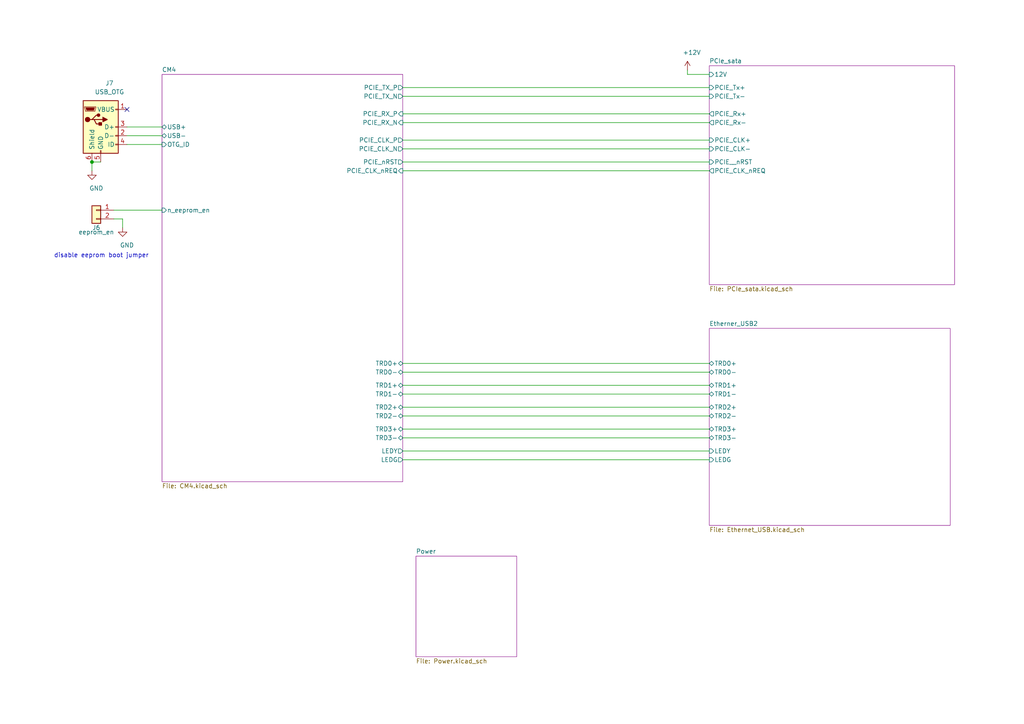
<source format=kicad_sch>
(kicad_sch (version 20210406) (generator eeschema)
  (paper "A4")
  (lib_symbols
    (symbol "Connector:USB_OTG" (pin_names (offset 1.016))
      (property "Reference" "J" (at -5.08 11.43 0))
      (property "Value" "USB_OTG" (at -5.08 8.89 0))
      (symbol "USB_OTG_0_1"
        (circle (center -3.81 2.159) (radius 0.635) (stroke (width 0.254)) (fill (type outline)))
        (circle (center -0.635 3.429) (radius 0.381) (stroke (width 0.254)) (fill (type outline)))
        (rectangle (start -0.127 -7.62) (end 0.127 -6.858))
        (rectangle (start 5.08 -5.207) (end 4.318 -4.953))
        (rectangle (start 5.08 -2.667) (end 4.318 -2.413))
        (rectangle (start 5.08 -0.127) (end 4.318 0.127))
        (rectangle (start 5.08 4.953) (end 4.318 5.207))
        (rectangle (start 0.254 1.27) (end -0.508 0.508) (stroke (width 0.254)) (fill (type outline)))
        (rectangle (start -5.08 -7.62) (end 5.08 7.62) (stroke (width 0.254)) (fill (type background)))
        (polyline (pts (xy -1.905 2.159) (xy 0.635 2.159)) (stroke (width 0.254)))
        (polyline (pts (xy -3.175 2.159) (xy -2.54 2.159) (xy -1.27 3.429) (xy -0.635 3.429)) (stroke (width 0.254)))
        (polyline (pts (xy -2.54 2.159) (xy -1.905 2.159) (xy -1.27 0.889) (xy 0 0.889)) (stroke (width 0.254)))
        (polyline (pts (xy -4.699 5.842) (xy -4.699 5.588) (xy -4.445 4.826) (xy -4.445 4.572) (xy -1.651 4.572) (xy -1.651 4.826) (xy -1.397 5.588) (xy -1.397 5.842) (xy -4.699 5.842)))
        (polyline (pts (xy 0.635 2.794) (xy 0.635 1.524) (xy 1.905 2.159) (xy 0.635 2.794)) (stroke (width 0.254)) (fill (type outline)))
        (polyline (pts (xy -4.318 5.588) (xy -1.778 5.588) (xy -2.032 4.826) (xy -4.064 4.826) (xy -4.318 5.588)) (fill (type outline)))
      )
      (symbol "USB_OTG_1_1"
        (pin passive line (at 7.62 5.08 180) (length 2.54) (name "VBUS") (number "1"))
        (pin bidirectional line (at 7.62 -2.54 180) (length 2.54) (name "D-") (number "2"))
        (pin bidirectional line (at 7.62 0 180) (length 2.54) (name "D+") (number "3"))
        (pin passive line (at 7.62 -5.08 180) (length 2.54) (name "ID") (number "4"))
        (pin passive line (at 0 -10.16 90) (length 2.54) (name "GND") (number "5"))
        (pin passive line (at -2.54 -10.16 90) (length 2.54) (name "Shield") (number "6"))
      )
    )
    (symbol "Connector_Generic:Conn_01x02" (pin_names (offset 1.016) hide)
      (property "Reference" "J" (at 0 2.54 0))
      (property "Value" "Conn_01x02" (at 0 -5.08 0))
      (symbol "Conn_01x02_1_1"
        (rectangle (start -1.27 -2.413) (end 0 -2.667) (stroke (width 0.1524)))
        (rectangle (start -1.27 0.127) (end 0 -0.127) (stroke (width 0.1524)))
        (rectangle (start -1.27 1.27) (end 1.27 -3.81) (stroke (width 0.254)) (fill (type background)))
        (pin passive line (at -5.08 0 0) (length 3.81) (name "Pin_1") (number "1"))
        (pin passive line (at -5.08 -2.54 0) (length 3.81) (name "Pin_2") (number "2"))
      )
    )
    (symbol "power:+12V" (power) (pin_names (offset 0))
      (property "Value" "+12V" (at 0 3.556 0))
      (symbol "+12V_0_1"
        (polyline (pts (xy -0.762 1.27) (xy 0 2.54)))
        (polyline (pts (xy 0 0) (xy 0 2.54)))
        (polyline (pts (xy 0 2.54) (xy 0.762 1.27)))
      )
      (symbol "+12V_1_1"
        (pin power_in line (at 0 0 90) (length 0) hide (name "+12V") (number "1"))
      )
    )
    (symbol "power:GND" (power) (pin_names (offset 0))
      (property "Value" "GND" (at 0 -3.81 0))
      (symbol "GND_0_1"
        (polyline (pts (xy 0 0) (xy 0 -1.27) (xy 1.27 -1.27) (xy 0 -2.54) (xy -1.27 -1.27) (xy 0 -1.27)))
      )
      (symbol "GND_1_1"
        (pin power_in line (at 0 0 270) (length 0) hide (name "GND") (number "1"))
      )
    )
  )
  (junction (at 26.67 46.99) (diameter 0.9144))
  (no_connect (at 36.83 31.75))
  (wire (pts (xy 26.67 46.99) (xy 26.67 49.53)))
  (wire (pts (xy 26.67 46.99) (xy 29.21 46.99)))
  (wire (pts (xy 33.02 60.96) (xy 46.99 60.96)))
  (wire (pts (xy 35.56 63.5) (xy 33.02 63.5)))
  (wire (pts (xy 35.56 66.04) (xy 35.56 63.5)))
  (wire (pts (xy 36.83 36.83) (xy 46.99 36.83)))
  (wire (pts (xy 36.83 39.37) (xy 46.99 39.37)))
  (wire (pts (xy 36.83 41.91) (xy 46.99 41.91)))
  (wire (pts (xy 116.84 25.4) (xy 205.74 25.4)))
  (wire (pts (xy 116.84 27.94) (xy 205.74 27.94)))
  (wire (pts (xy 116.84 33.02) (xy 205.74 33.02)))
  (wire (pts (xy 116.84 35.56) (xy 205.74 35.56)))
  (wire (pts (xy 116.84 40.64) (xy 205.74 40.64)))
  (wire (pts (xy 116.84 43.18) (xy 205.74 43.18)))
  (wire (pts (xy 116.84 46.99) (xy 205.74 46.99)))
  (wire (pts (xy 116.84 49.53) (xy 205.74 49.53)))
  (wire (pts (xy 116.84 105.41) (xy 205.74 105.41)))
  (wire (pts (xy 116.84 107.95) (xy 205.74 107.95)))
  (wire (pts (xy 116.84 111.76) (xy 205.74 111.76)))
  (wire (pts (xy 116.84 114.3) (xy 205.74 114.3)))
  (wire (pts (xy 116.84 118.11) (xy 205.74 118.11)))
  (wire (pts (xy 116.84 120.65) (xy 205.74 120.65)))
  (wire (pts (xy 116.84 124.46) (xy 205.74 124.46)))
  (wire (pts (xy 116.84 127) (xy 205.74 127)))
  (wire (pts (xy 116.84 130.81) (xy 205.74 130.81)))
  (wire (pts (xy 116.84 133.35) (xy 205.74 133.35)))
  (wire (pts (xy 199.39 20.32) (xy 199.39 21.59)))
  (wire (pts (xy 199.39 21.59) (xy 205.74 21.59)))
  (text "disable eeprom boot jumper\n" (at 43.18 74.93 180) (effects (font (size 1.27 1.27)) (justify right bottom)))
  (symbol (lib_id "power:+12V") (at 199.39 20.32 0) (unit 1)
    (property "Reference" "#PWR0101" (effects hide))
    (property "Value" "+12V" (at 200.66 15.24 0))
  )
  (symbol (lib_id "power:GND") (at 26.67 49.53 0) (unit 1)
    (property "Reference" "#PWR0165" (effects hide))
    (property "Value" "GND" (at 27.94 54.61 0))
  )
  (symbol (lib_id "power:GND") (at 35.56 66.04 0) (unit 1)
    (property "Reference" "#PWR0164" (effects hide))
    (property "Value" "GND" (at 36.83 71.12 0))
  )
  (symbol (lib_id "Connector_Generic:Conn_01x02") (at 27.94 60.96 0) (mirror y) (unit 1)
    (property "Reference" "J6" (at 27.94 66.04 0))
    (property "Value" "eeprom_en" (at 27.94 67.31 0))
    (property "Footprint" "Connector_PinHeader_2.54mm:PinHeader_1x02_P2.54mm_Vertical" (effects hide))
    (property "MFR" "Amphenol" (effects hide))
    (property "MPN" "G800W306018EU" (effects hide))
  )
  (symbol (lib_id "Connector:USB_OTG") (at 29.21 36.83 0) (unit 1)
    (property "Reference" "J7" (at 31.75 24.13 0))
    (property "Value" "USB_OTG" (at 31.75 26.67 0))
    (property "Footprint" "Connector_USB:USB_Micro-B_Molex-105017-0001" (effects hide))
    (property "Datasheet" " ~" (effects hide))
    (property "MFR" "Molex" (effects hide))
    (property "MPN" "105017-0001" (effects hide))
  )
  (sheet (at 46.99 21.59) (size 69.85 118.11) (stroke (width 0.001) (color 132 0 132 1)) (fill (color 255 255 255 0.0000))
    (property "Sheet name" "CM4" (at 46.99 20.9541 0) (effects (justify left bottom)))
    (property "Sheet file" "CM4.kicad_sch" (at 46.99 140.2089 0) (effects (justify left top)))
    (pin "PCIE_CLK_nREQ" input (at 116.84 49.53 0))
    (pin "PCIE_CLK_P" output (at 116.84 40.64 0))
    (pin "PCIE_CLK_N" output (at 116.84 43.18 0))
    (pin "PCIE_RX_P" input (at 116.84 33.02 0))
    (pin "PCIE_RX_N" input (at 116.84 35.56 0))
    (pin "PCIE_TX_P" output (at 116.84 25.4 0))
    (pin "PCIE_TX_N" output (at 116.84 27.94 0))
    (pin "PCIE_nRST" output (at 116.84 46.99 0))
    (pin "LEDG" output (at 116.84 133.35 0))
    (pin "TRD3-" bidirectional (at 116.84 127 0))
    (pin "TRD2+" bidirectional (at 116.84 118.11 0))
    (pin "TRD2-" bidirectional (at 116.84 120.65 0))
    (pin "TRD3+" bidirectional (at 116.84 124.46 0))
    (pin "LEDY" output (at 116.84 130.81 0))
    (pin "TRD1+" bidirectional (at 116.84 111.76 0))
    (pin "TRD1-" bidirectional (at 116.84 114.3 0))
    (pin "TRD0-" bidirectional (at 116.84 107.95 0))
    (pin "TRD0+" bidirectional (at 116.84 105.41 0))
    (pin "n_eeprom_en" input (at 46.99 60.96 180))
    (pin "OTG_ID" input (at 46.99 41.91 180))
    (pin "USB-" bidirectional (at 46.99 39.37 180))
    (pin "USB+" bidirectional (at 46.99 36.83 180))
  )
  (sheet (at 205.74 95.25) (size 69.85 57.15) (stroke (width 0.001) (color 132 0 132 1)) (fill (color 255 255 255 0.0000))
    (property "Sheet name" "Etherner_USB2" (at 205.74 94.614 0) (effects (justify left bottom)))
    (property "Sheet file" "Ethernet_USB.kicad_sch" (at 205.74 152.9089 0) (effects (justify left top)))
    (pin "TRD1-" bidirectional (at 205.74 114.3 180))
    (pin "TRD2+" bidirectional (at 205.74 118.11 180))
    (pin "TRD2-" bidirectional (at 205.74 120.65 180))
    (pin "TRD3+" bidirectional (at 205.74 124.46 180))
    (pin "TRD1+" bidirectional (at 205.74 111.76 180))
    (pin "LEDG" input (at 205.74 133.35 180))
    (pin "LEDY" input (at 205.74 130.81 180))
    (pin "TRD0+" bidirectional (at 205.74 105.41 180))
    (pin "TRD0-" bidirectional (at 205.74 107.95 180))
    (pin "TRD3-" bidirectional (at 205.74 127 180))
  )
  (sheet (at 205.74 19.05) (size 71.12 63.5) (stroke (width 0.001) (color 132 0 132 1)) (fill (color 255 255 255 0.0000))
    (property "Sheet name" "PCIe_sata" (at 205.74 18.4141 0) (effects (justify left bottom)))
    (property "Sheet file" "PCIe_sata.kicad_sch" (at 205.74 83.0589 0) (effects (justify left top)))
    (pin "PCIE_CLK-" input (at 205.74 43.18 180))
    (pin "PCIE_Tx+" input (at 205.74 25.4 180))
    (pin "PCIE_Rx-" output (at 205.74 35.56 180))
    (pin "PCIE_Rx+" output (at 205.74 33.02 180))
    (pin "PCIE_CLK+" input (at 205.74 40.64 180))
    (pin "PCIE_Tx-" input (at 205.74 27.94 180))
    (pin "PCIE__nRST" input (at 205.74 46.99 180))
    (pin "PCIE_CLK_nREQ" output (at 205.74 49.53 180))
    (pin "12V" input (at 205.74 21.59 180))
  )
  (sheet (at 120.65 161.29) (size 29.21 29.21) (stroke (width 0.001) (color 132 0 132 1)) (fill (color 255 255 255 0.0000))
    (property "Sheet name" "Power" (at 120.65 160.6541 0) (effects (justify left bottom)))
    (property "Sheet file" "Power.kicad_sch" (at 120.65 191.0089 0) (effects (justify left top)))
  )
)
</source>
